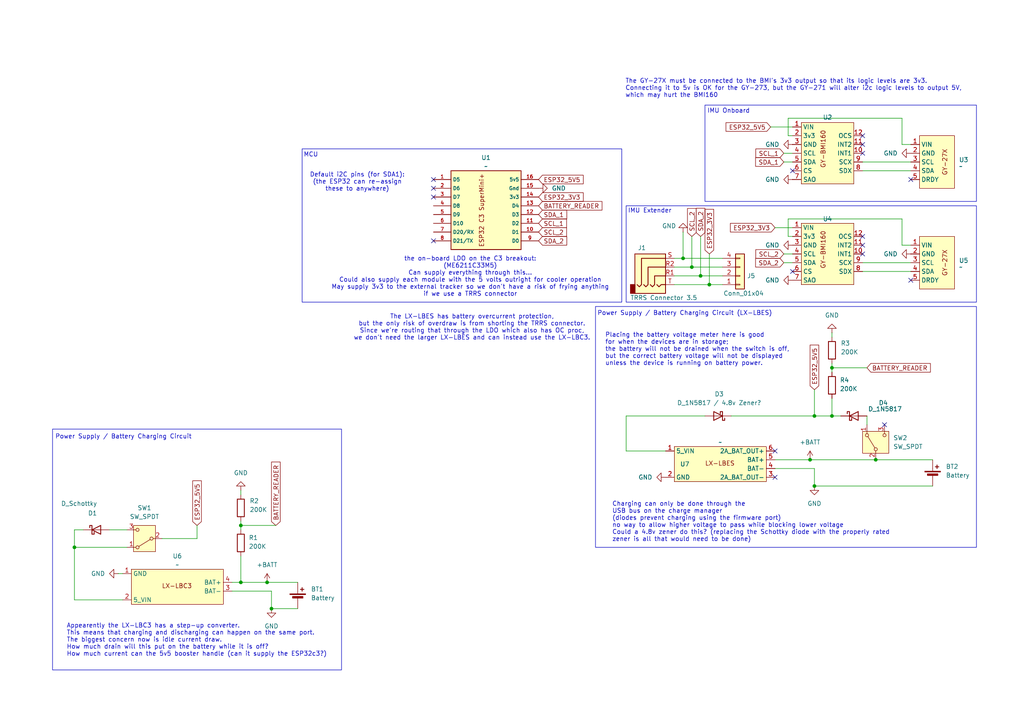
<source format=kicad_sch>
(kicad_sch (version 20250114) (generator "eeschema") (generator_version "9.0")
  (paper "A4")
  (title_block (title "UFBTM") (rev "1.0") (company "Dr. G"))
  (lib_symbols
    (symbol "Connector_Audio:AudioJack4"
      (property "Reference" "J" (at 0 8.89 0))
      (property "Value" "AudioJack4" (at 0 6.35 0))
      (symbol "AudioJack4_0_1"
        (rectangle (start -6.35 -5.08) (end -7.62 -7.62) (stroke (width 0.254)) (fill (type outline)))
        (polyline (pts (xy -5.715 -5.08) (xy -5.08 -5.715) (xy -4.445 -5.08) (xy -4.445 2.54) (xy 2.54 2.54)) (stroke (width 0.254)))
        (polyline (pts (xy -1.905 -5.08) (xy -1.27 -5.715) (xy -0.635 -5.08) (xy -0.635 -2.54) (xy 2.54 -2.54)) (stroke (width 0.254)))
        (polyline (pts (xy 0 -5.08) (xy 0.635 -5.715) (xy 1.27 -5.08) (xy 2.54 -5.08)) (stroke (width 0.254)))
        (rectangle (start 2.54 3.81) (end -6.35 -7.62) (stroke (width 0.254)) (fill (type background)))
        (polyline (pts (xy 2.54 0) (xy -2.54 0) (xy -2.54 -5.08) (xy -3.175 -5.715) (xy -3.81 -5.08)) (stroke (width 0.254)))
      )
      (symbol "AudioJack4_1_1"
        (pin passive line (at 5.08 2.54 180) (length 2.54) (name "~") (number "S"))
        (pin passive line (at 5.08 0 180) (length 2.54) (name "~") (number "R2"))
        (pin passive line (at 5.08 -2.54 180) (length 2.54) (name "~") (number "R1"))
        (pin passive line (at 5.08 -5.08 180) (length 2.54) (name "~") (number "T"))
      )
    )
    (symbol "Connector_Generic:Conn_01x04" (pin_names (offset 1.016) (hide yes))
      (property "Reference" "J" (at 0 5.08 0))
      (property "Value" "Conn_01x04" (at 0 -7.62 0))
      (symbol "Conn_01x04_1_1"
        (rectangle (start -1.27 3.81) (end 1.27 -6.35) (stroke (width 0.254)) (fill (type background)))
        (rectangle (start -1.27 2.667) (end 0 2.413) (stroke (width 0.1524)))
        (rectangle (start -1.27 0.127) (end 0 -0.127) (stroke (width 0.1524)))
        (rectangle (start -1.27 -2.413) (end 0 -2.667) (stroke (width 0.1524)))
        (rectangle (start -1.27 -4.953) (end 0 -5.207) (stroke (width 0.1524)))
        (pin passive line (at -5.08 2.54 0) (length 3.81) (name "Pin_1") (number "1"))
        (pin passive line (at -5.08 0 0) (length 3.81) (name "Pin_2") (number "2"))
        (pin passive line (at -5.08 -2.54 0) (length 3.81) (name "Pin_3") (number "3"))
        (pin passive line (at -5.08 -5.08 0) (length 3.81) (name "Pin_4") (number "4"))
      )
    )
    (symbol "Device:Battery_Cell" (pin_numbers (hide yes)) (pin_names (offset 0) (hide yes))
      (property "Reference" "BT" (at 2.54 2.54 0))
      (property "Value" "Battery_Cell" (at 2.54 0 0))
      (symbol "Battery_Cell_0_1"
        (rectangle (start -2.286 1.778) (end 2.286 1.524) (fill (type outline)))
        (rectangle (start -1.524 1.016) (end 1.524 0.508) (fill (type outline)))
        (polyline (pts (xy 0 1.778) (xy 0 2.54)))
        (polyline (pts (xy 0 0.762) (xy 0 0)))
        (polyline (pts (xy 0.762 3.048) (xy 1.778 3.048)) (stroke (width 0.254)))
        (polyline (pts (xy 1.27 3.556) (xy 1.27 2.54)) (stroke (width 0.254)))
      )
      (symbol "Battery_Cell_1_1"
        (pin passive line (at 0 5.08 270) (length 2.54) (name "+") (number "1"))
        (pin passive line (at 0 -2.54 90) (length 2.54) (name "-") (number "2"))
      )
    )
    (symbol "Device:D_Schottky" (pin_numbers (hide yes)) (pin_names (offset 1.016) (hide yes))
      (property "Reference" "D" (at 0 2.54 0))
      (property "Value" "D_Schottky" (at 0 -2.54 0))
      (symbol "D_Schottky_0_1"
        (polyline (pts (xy -1.905 0.635) (xy -1.905 1.27) (xy -1.27 1.27) (xy -1.27 -1.27) (xy -0.635 -1.27) (xy -0.635 -0.635)) (stroke (width 0.254)))
        (polyline (pts (xy 1.27 1.27) (xy 1.27 -1.27) (xy -1.27 0) (xy 1.27 1.27)) (stroke (width 0.254)))
        (polyline (pts (xy 1.27 0) (xy -1.27 0)))
      )
      (symbol "D_Schottky_1_1"
        (pin passive line (at -3.81 0 0) (length 2.54) (name "K") (number "1"))
        (pin passive line (at 3.81 0 180) (length 2.54) (name "A") (number "2"))
      )
    )
    (symbol "Device:R" (pin_numbers (hide yes)) (pin_names (offset 0))
      (property "Reference" "R" (at 2.032 0 90))
      (property "Value" "R" (at 0 0 90))
      (symbol "R_0_1"
        (rectangle (start -1.016 -2.54) (end 1.016 2.54) (stroke (width 0.254)))
      )
      (symbol "R_1_1"
        (pin passive line (at 0 3.81 270) (length 1.27) (name "~") (number "1"))
        (pin passive line (at 0 -3.81 90) (length 1.27) (name "~") (number "2"))
      )
    )
    (symbol "Espressif:ESP32-C3-SuperMini_PLUS"
      (property "Reference" "U" (at 1.27 -3.81 90))
      (symbol "ESP32-C3-SuperMini_PLUS_0_1"
        (rectangle (start -10.16 -11.43) (end 10.16 11.43) (stroke (width 0.254)) (fill (type background)))
      )
      (symbol "ESP32-C3-SuperMini_PLUS_1_1"
        (text "ESP32 C3 SuperMini+\n" (at -1.27 0 900) (effects (font (size 1.27 1.27))))
        (pin bidirectional line (at -15.24 8.89 0) (length 5.08) (name "D5") (number "1"))
        (pin bidirectional line (at -15.24 6.35 0) (length 5.08) (name "D6") (number "2"))
        (pin bidirectional line (at -15.24 3.81 0) (length 5.08) (name "D7") (number "3"))
        (pin bidirectional line (at -15.24 1.27 0) (length 5.08) (name "D8") (number "4"))
        (pin bidirectional line (at -15.24 -1.27 0) (length 5.08) (name "D9") (number "5"))
        (pin bidirectional line (at -15.24 -3.81 0) (length 5.08) (name "D10") (number "6"))
        (pin bidirectional line (at -15.24 -6.35 0) (length 5.08) (name "D20/RX") (number "7"))
        (pin bidirectional line (at -15.24 -8.89 0) (length 5.08) (name "D21/TX") (number "8"))
        (pin bidirectional line (at 15.24 8.89 180) (length 5.08) (name "5v5") (number "16"))
        (pin power_in line (at 15.24 6.35 180) (length 5.08) (name "Gnd") (number "15"))
        (pin bidirectional line (at 15.24 3.81 180) (length 5.08) (name "3v3") (number "14"))
        (pin bidirectional line (at 15.24 1.27 180) (length 5.08) (name "D4") (number "13"))
        (pin bidirectional line (at 15.24 -1.27 180) (length 5.08) (name "D3") (number "12"))
        (pin bidirectional line (at 15.24 -3.81 180) (length 5.08) (name "D2") (number "11"))
        (pin bidirectional line (at 15.24 -6.35 180) (length 5.08) (name "D1") (number "10"))
        (pin bidirectional line (at 15.24 -8.89 180) (length 5.08) (name "D0") (number "9"))
      )
    )
    (symbol "My_Library:GY-271 (QMC5883L)"
      (property "Reference" "U" (at 0 8.382 0))
      (symbol "GY-271 (QMC5883L)_1_1"
        (rectangle (start -5.08 6.35) (end 5.08 -8.89) (fill (type background)))
        (text "GY-27X" (at 2.286 -1.27 900) (effects (font (size 1.27 1.27))))
        (pin power_in line (at -7.62 3.81 0) (length 2.54) (name "VIN") (number "1"))
        (pin power_in line (at -7.62 1.27 0) (length 2.54) (name "GND") (number "2"))
        (pin bidirectional line (at -7.62 -1.27 0) (length 2.54) (name "SCL") (number "3"))
        (pin bidirectional line (at -7.62 -3.81 0) (length 2.54) (name "SDA") (number "4"))
        (pin output line (at -7.62 -6.35 0) (length 2.54) (name "DRDY") (number "5"))
      )
    )
    (symbol "My_Library:GY-BMI160"
      (property "Reference" "U" (at 1.27 0 90))
      (symbol "GY-BMI160_1_1"
        (rectangle (start -7.62 8.89) (end 7.62 -8.89) (fill (type background)))
        (text "GY-BMI160" (at -1.27 1.27 900) (effects (font (size 1.27 1.27))))
        (pin power_in line (at -10.16 7.62 0) (length 2.54) (name "VIN") (number "1"))
        (pin power_in line (at -10.16 5.08 0) (length 2.54) (name "3v3") (number "2"))
        (pin power_in line (at -10.16 2.54 0) (length 2.54) (name "GND") (number "3"))
        (pin input line (at -10.16 0 0) (length 2.54) (name "SCL") (number "4"))
        (pin input line (at -10.16 -2.54 0) (length 2.54) (name "SDA") (number "5"))
        (pin input line (at -10.16 -5.08 0) (length 2.54) (name "CS") (number "6"))
        (pin input line (at -10.16 -7.62 0) (length 2.54) (name "SAO") (number "7"))
        (pin input line (at 10.16 5.08 180) (length 2.54) (name "OCS") (number "12"))
        (pin input line (at 10.16 2.54 180) (length 2.54) (name "INT2") (number "11"))
        (pin input line (at 10.16 0 180) (length 2.54) (name "INT1") (number "10"))
        (pin input line (at 10.16 -2.54 180) (length 2.54) (name "SCX") (number "9"))
        (pin input line (at 10.16 -5.08 180) (length 2.54) (name "SDX") (number "8"))
      )
    )
    (symbol "My_Library:LX-LBC3"
      (property "Reference" "U" (at -1.27 6.35 0))
      (symbol "LX-LBC3_1_1"
        (rectangle (start -13.97 5.08) (end 12.7 -5.08) (fill (type background)))
        (text "LX-LBC3" (at -0.762 0.254 0) (effects (font (size 1.27 1.27))))
        (pin power_in line (at -16.51 3.81 0) (length 2.54) (name "GND") (number "1"))
        (pin power_in line (at -16.51 -3.81 0) (length 2.54) (name "5_VIN") (number "2"))
        (pin power_in line (at 15.24 1.27 180) (length 2.54) (name "BAT+") (number "4"))
        (pin power_in line (at 15.24 -1.27 180) (length 2.54) (name "BAT-") (number "3"))
      )
    )
    (symbol "My_Library:LX-LBES"
      (property "Reference" "U" (at -0.508 6.604 0))
      (symbol "LX-LBES_1_1"
        (rectangle (start -13.97 5.08) (end 12.7 -5.08) (fill (type background)))
        (text "LX-LBES" (at -0.762 0.254 0) (effects (font (size 1.27 1.27))))
        (pin power_in line (at -16.51 3.81 0) (length 2.54) (name "5_VIN") (number "1"))
        (pin power_in line (at -16.51 -3.81 0) (length 2.54) (name "GND") (number "2"))
        (pin power_out line (at 15.24 3.81 180) (length 2.54) (name "2A_BAT_OUT+") (number "6"))
        (pin power_in line (at 15.24 1.27 180) (length 2.54) (name "BAT+") (number "5"))
        (pin power_in line (at 15.24 -1.27 180) (length 2.54) (name "BAT-") (number "4"))
        (pin power_out line (at 15.24 -3.81 180) (length 2.54) (name "2A_BAT_OUT-") (number "3"))
      )
    )
    (symbol "Switch:SW_SPDT" (pin_names (offset 0) (hide yes))
      (property "Reference" "SW" (at 0 5.08 0))
      (property "Value" "SW_SPDT" (at 0 -5.08 0))
      (symbol "SW_SPDT_0_1"
        (circle (center -2.032 0) (radius 0.4572))
        (polyline (pts (xy -1.651 0.254) (xy 1.651 2.286)))
        (circle (center 2.032 2.54) (radius 0.4572))
        (circle (center 2.032 -2.54) (radius 0.4572))
      )
      (symbol "SW_SPDT_1_1"
        (rectangle (start -3.175 3.81) (end 3.175 -3.81) (fill (type background)))
        (pin passive line (at -5.08 0 0) (length 2.54) (name "B") (number "2"))
        (pin passive line (at 5.08 2.54 180) (length 2.54) (name "A") (number "1"))
        (pin passive line (at 5.08 -2.54 180) (length 2.54) (name "C") (number "3"))
      )
    )
    (symbol "power:+BATT" (power) (pin_numbers (hide yes)) (pin_names (offset 0) (hide yes))
      (property "Value" "+BATT" (at 0 3.556 0))
      (symbol "+BATT_0_1"
        (polyline (pts (xy -0.762 1.27) (xy 0 2.54)))
        (polyline (pts (xy 0 2.54) (xy 0.762 1.27)))
        (polyline (pts (xy 0 0) (xy 0 2.54)))
      )
      (symbol "+BATT_1_1"
        (pin power_in line (at 0 0 90) (length 0) (name "~") (number "1"))
      )
    )
    (symbol "power:GND" (power) (pin_numbers (hide yes)) (pin_names (offset 0) (hide yes))
      (property "Value" "GND" (at 0 -3.81 0))
      (symbol "GND_0_1"
        (polyline (pts (xy 0 0) (xy 0 -1.27) (xy 1.27 -1.27) (xy 0 -2.54) (xy -1.27 -1.27) (xy 0 -1.27)))
      )
      (symbol "GND_1_1"
        (pin power_in line (at 0 0 270) (length 0) (name "~") (number "1"))
      )
    )
  )
  (rectangle (start 172.72 88.9) (end 283.21 158.75))
  (rectangle (start 204.47 30.48) (end 283.21 58.42))
  (rectangle (start 15.24 124.46) (end 99.06 194.31))
  (rectangle (start 87.63 43.18) (end 180.34 87.63))
  (rectangle (start 181.61 59.69) (end 283.21 87.63))
  (text "The LX-LBES has battery overcurrent protection,\nbut the only risk of overdraw is from shorting the TRRS connector.\nSince we're routing that through the LDO which also has OC proc,\nwe don't need the larger LX-LBES and can instead use the LX-LBC3." (at 136.906 94.996 0) (effects (font (size 1.27 1.27))))
  (text "IMU Extender" (at 188.468 61.214 0) (effects (font (size 1.27 1.27))))
  (text "MCU" (at 90.17 44.958 0) (effects (font (size 1.27 1.27))))
  (text "Appearently the LX-LBC3 has a step-up converter.\nThis means that charging and discharging can happen on the same port.\nThe biggest concern now is idle current draw.\nHow much drain will this put on the battery while it is off?\nHow much current can the 5v5 booster handle (can it supply the ESP32c3?)\n" (at 19.304 185.674 0) (effects (font (size 1.27 1.27)) (justify left)))
  (text "Power Supply / Battery Charging Circuit (LX-LBES)" (at 198.628 90.932 0) (effects (font (size 1.27 1.27))))
  (text "Power Supply / Battery Charging Circuit" (at 35.814 126.746 0) (effects (font (size 1.27 1.27))))
  (text "IMU Onboard" (at 211.328 32.258 0) (effects (font (size 1.27 1.27))))
  (text "Placing the battery voltage meter here is good\nfor when the devices are in storage;\nthe battery will not be drained when the switch is off,\nbut the correct battery voltage will not be displayed\nunless the device is running on battery power." (at 175.514 101.346 0) (effects (font (size 1.27 1.27)) (justify left)))
  (text "Charging can only be done through the\nUSB bus on the charge manager\n(diodes prevent charging using the firmware port)\nno way to allow higher voltage to pass while blocking lower voltage\nCould a 4.8v zener do this? (replacing the Schottky diode with the properly rated\nzener is all that would need to be done)" (at 177.546 151.384 0) (effects (font (size 1.27 1.27)) (justify left)))
  (text "the on-board LDO on the C3 breakout:\n(ME6211C33M5)\nCan supply everything through this...\nCould also supply each module with the 5 volts outright for cooler operation\nMay supply 3v3 to the external tracker so we don't have a risk of frying anything\nif we use a TRRS connector" (at 136.398 80.264 0) (effects (font (size 1.27 1.27))))
  (text "The GY-27X must be connected to the BMI's 3v3 output so that its logic levels are 3v3.\nConnecting it to 5v is OK for the GY-273, but the GY-271 will alter i2c logic levels to output 5V,\nwhich may hurt the BMI160" (at 181.356 25.654 0) (effects (font (size 1.27 1.27)) (justify left)))
  (text "Default i2C pins (for SDA1):\n(the ESP32 can re-assign\nthese to anywhere)" (at 103.632 52.832 0) (effects (font (size 1.27 1.27))))
  (junction (at 69.85 168.91))
  (junction (at 200.66 77.47))
  (junction (at 69.85 152.4))
  (junction (at 77.47 168.91))
  (junction (at 236.22 140.97))
  (junction (at 241.3 120.65))
  (junction (at 254 133.35))
  (junction (at 205.74 82.55))
  (junction (at 21.59 158.75))
  (junction (at 203.2 80.01))
  (junction (at 236.22 120.65))
  (junction (at 78.74 176.53))
  (junction (at 234.95 133.35))
  (junction (at 198.12 74.93))
  (junction (at 241.3 106.68))
  (no_connect (at 250.19 68.58))
  (no_connect (at 224.79 130.81))
  (no_connect (at 125.73 69.85))
  (no_connect (at 264.16 81.28))
  (no_connect (at 250.19 44.45))
  (no_connect (at 125.73 57.15))
  (no_connect (at 250.19 71.12))
  (no_connect (at 250.19 41.91))
  (no_connect (at 125.73 52.07))
  (no_connect (at 229.87 78.74))
  (no_connect (at 250.19 73.66))
  (no_connect (at 224.79 138.43))
  (no_connect (at 229.87 49.53))
  (no_connect (at 250.19 39.37))
  (no_connect (at 125.73 54.61))
  (no_connect (at 264.16 52.07))
  (no_connect (at 256.54 123.19))
  (wire (pts (xy 228.6 39.37) (xy 228.6 34.29)))
  (wire (pts (xy 236.22 140.97) (xy 236.22 135.89)))
  (wire (pts (xy 224.79 133.35) (xy 234.95 133.35)))
  (wire (pts (xy 31.75 153.67) (xy 36.83 153.67)))
  (wire (pts (xy 241.3 106.68) (xy 241.3 107.95)))
  (wire (pts (xy 21.59 173.99) (xy 35.56 173.99)))
  (wire (pts (xy 80.01 152.4) (xy 69.85 152.4)))
  (wire (pts (xy 227.33 44.45) (xy 229.87 44.45)))
  (wire (pts (xy 229.87 68.58) (xy 228.6 68.58)))
  (wire (pts (xy 261.62 34.29) (xy 261.62 41.91)))
  (wire (pts (xy 21.59 158.75) (xy 21.59 173.99)))
  (wire (pts (xy 212.09 120.65) (xy 236.22 120.65)))
  (wire (pts (xy 195.58 82.55) (xy 205.74 82.55)))
  (wire (pts (xy 69.85 152.4) (xy 69.85 153.67)))
  (wire (pts (xy 21.59 153.67) (xy 21.59 158.75)))
  (wire (pts (xy 203.2 80.01) (xy 209.55 80.01)))
  (wire (pts (xy 236.22 140.97) (xy 270.51 140.97)))
  (wire (pts (xy 69.85 151.13) (xy 69.85 152.4)))
  (wire (pts (xy 78.74 176.53) (xy 86.36 176.53)))
  (wire (pts (xy 261.62 63.5) (xy 261.62 71.12)))
  (wire (pts (xy 227.33 73.66) (xy 229.87 73.66)))
  (wire (pts (xy 21.59 158.75) (xy 36.83 158.75)))
  (wire (pts (xy 195.58 80.01) (xy 203.2 80.01)))
  (wire (pts (xy 250.19 46.99) (xy 264.16 46.99)))
  (wire (pts (xy 203.2 68.58) (xy 203.2 80.01)))
  (wire (pts (xy 254 133.35) (xy 270.51 133.35)))
  (wire (pts (xy 69.85 142.24) (xy 69.85 143.51)))
  (wire (pts (xy 46.99 156.21) (xy 57.15 156.21)))
  (wire (pts (xy 34.29 166.37) (xy 35.56 166.37)))
  (wire (pts (xy 224.79 66.04) (xy 229.87 66.04)))
  (wire (pts (xy 200.66 77.47) (xy 209.55 77.47)))
  (wire (pts (xy 224.79 135.89) (xy 236.22 135.89)))
  (wire (pts (xy 195.58 77.47) (xy 200.66 77.47)))
  (wire (pts (xy 229.87 39.37) (xy 228.6 39.37)))
  (wire (pts (xy 241.3 96.52) (xy 241.3 97.79)))
  (wire (pts (xy 241.3 105.41) (xy 241.3 106.68)))
  (wire (pts (xy 241.3 115.57) (xy 241.3 120.65)))
  (wire (pts (xy 198.12 67.31) (xy 198.12 74.93)))
  (wire (pts (xy 241.3 120.65) (xy 243.84 120.65)))
  (wire (pts (xy 205.74 82.55) (xy 209.55 82.55)))
  (wire (pts (xy 181.61 120.65) (xy 204.47 120.65)))
  (wire (pts (xy 21.59 153.67) (xy 24.13 153.67)))
  (wire (pts (xy 200.66 68.58) (xy 200.66 77.47)))
  (wire (pts (xy 250.19 76.2) (xy 264.16 76.2)))
  (wire (pts (xy 228.6 68.58) (xy 228.6 63.5)))
  (wire (pts (xy 57.15 152.4) (xy 57.15 156.21)))
  (wire (pts (xy 236.22 113.03) (xy 236.22 120.65)))
  (wire (pts (xy 261.62 71.12) (xy 264.16 71.12)))
  (wire (pts (xy 251.46 106.68) (xy 241.3 106.68)))
  (wire (pts (xy 77.47 168.91) (xy 86.36 168.91)))
  (wire (pts (xy 234.95 133.35) (xy 254 133.35)))
  (wire (pts (xy 250.19 49.53) (xy 264.16 49.53)))
  (wire (pts (xy 69.85 168.91) (xy 77.47 168.91)))
  (wire (pts (xy 205.74 73.66) (xy 205.74 82.55)))
  (wire (pts (xy 236.22 120.65) (xy 241.3 120.65)))
  (wire (pts (xy 69.85 161.29) (xy 69.85 168.91)))
  (wire (pts (xy 250.19 78.74) (xy 264.16 78.74)))
  (wire (pts (xy 181.61 130.81) (xy 193.04 130.81)))
  (wire (pts (xy 228.6 63.5) (xy 261.62 63.5)))
  (wire (pts (xy 198.12 74.93) (xy 209.55 74.93)))
  (wire (pts (xy 227.33 76.2) (xy 229.87 76.2)))
  (wire (pts (xy 67.31 168.91) (xy 69.85 168.91)))
  (wire (pts (xy 228.6 34.29) (xy 261.62 34.29)))
  (wire (pts (xy 195.58 74.93) (xy 198.12 74.93)))
  (wire (pts (xy 261.62 41.91) (xy 264.16 41.91)))
  (wire (pts (xy 78.74 176.53) (xy 78.74 171.45)))
  (wire (pts (xy 223.52 36.83) (xy 229.87 36.83)))
  (wire (pts (xy 251.46 120.65) (xy 251.46 123.19)))
  (wire (pts (xy 227.33 46.99) (xy 229.87 46.99)))
  (wire (pts (xy 67.31 171.45) (xy 78.74 171.45)))
  (wire (pts (xy 181.61 120.65) (xy 181.61 130.81)))
  (global_label "ESP32_3V3" (shape input) (at 205.74 73.66 90) (property "Intersheetrefs" "${INTERSHEET_REFS}" (effects (hide yes))))
  (global_label "SDA_2" (shape input) (at 227.33 76.2 180) (property "Intersheetrefs" "${INTERSHEET_REFS}" (effects (hide yes))))
  (global_label "BATTERY_READER" (shape input) (at 80.01 152.4 90) (property "Intersheetrefs" "${INTERSHEET_REFS}" (effects (hide yes))))
  (global_label "BATTERY_READER" (shape input) (at 251.46 106.68 0) (property "Intersheetrefs" "${INTERSHEET_REFS}" (effects (hide yes))))
  (global_label "ESP32_3V3" (shape input) (at 156.21 57.15 0) (property "Intersheetrefs" "${INTERSHEET_REFS}" (effects (hide yes))))
  (global_label "SDA_1" (shape input) (at 156.21 62.23 0) (property "Intersheetrefs" "${INTERSHEET_REFS}" (effects (hide yes))))
  (global_label "SCL_1" (shape input) (at 156.21 64.77 0) (property "Intersheetrefs" "${INTERSHEET_REFS}" (effects (hide yes))))
  (global_label "SDA_1" (shape input) (at 227.33 46.99 180) (property "Intersheetrefs" "${INTERSHEET_REFS}" (effects (hide yes))))
  (global_label "ESP32_3V3" (shape input) (at 224.79 66.04 180) (property "Intersheetrefs" "${INTERSHEET_REFS}" (effects (hide yes))))
  (global_label "SCL_2" (shape input) (at 156.21 67.31 0) (property "Intersheetrefs" "${INTERSHEET_REFS}" (effects (hide yes))))
  (global_label "BATTERY_READER" (shape input) (at 156.21 59.69 0) (property "Intersheetrefs" "${INTERSHEET_REFS}" (effects (hide yes))))
  (global_label "ESP32_5V5" (shape input) (at 156.21 52.07 0) (property "Intersheetrefs" "${INTERSHEET_REFS}" (effects (hide yes))))
  (global_label "SCL_1" (shape input) (at 227.33 44.45 180) (property "Intersheetrefs" "${INTERSHEET_REFS}" (effects (hide yes))))
  (global_label "ESP32_5V5" (shape input) (at 57.15 152.4 90) (property "Intersheetrefs" "${INTERSHEET_REFS}" (effects (hide yes))))
  (global_label "SDA_2" (shape input) (at 203.2 68.58 90) (property "Intersheetrefs" "${INTERSHEET_REFS}" (effects (hide yes))))
  (global_label "ESP32_5V5" (shape input) (at 223.52 36.83 180) (property "Intersheetrefs" "${INTERSHEET_REFS}" (effects (hide yes))))
  (global_label "SDA_2" (shape input) (at 156.21 69.85 0) (property "Intersheetrefs" "${INTERSHEET_REFS}" (effects (hide yes))))
  (global_label "ESP32_5V5" (shape input) (at 236.22 113.03 90) (property "Intersheetrefs" "${INTERSHEET_REFS}" (effects (hide yes))))
  (global_label "SCL_2" (shape input) (at 200.66 68.58 90) (property "Intersheetrefs" "${INTERSHEET_REFS}" (effects (hide yes))))
  (global_label "SCL_2" (shape input) (at 227.33 73.66 180) (property "Intersheetrefs" "${INTERSHEET_REFS}" (effects (hide yes))))
  (symbol (lib_id "Connector_Audio:AudioJack4") (at 190.5 77.47 0) (unit 1)
    (property "Reference" "J1" (at 186.182 71.882 0))
    (property "Value" "TRRS Connector 3.5" (at 192.532 86.36 0))
    (property "Footprint" "My_Library:PJ-320A" (effects (hide yes)))
    (property "Description" "Audio Jack, 4 Poles (TRRS)" (effects (hide yes)))
  )
  (symbol (lib_id "My_Library:GY-BMI160") (at 240.03 73.66 0) (unit 1)
    (property "Reference" "U4" (at 240.03 63.5 0))
    (property "Value" "~" (at 240.03 63.5 0))
    (property "Footprint" "My_Library:GY-BMI160" (effects (hide yes)))
  )
  (symbol (lib_id "My_Library:GY-271 (QMC5883L)") (at 271.78 45.72 0) (unit 1)
    (property "Reference" "U3" (at 278.13 46.3549 0) (effects (justify left)))
    (property "Value" "~" (at 278.13 48.26 0) (effects (justify left)))
    (property "Footprint" "My_Library:GY-271" (effects (hide yes)))
    (property "Description" "GY-271 3-axis magnetometer (QMC variant)" (effects (hide yes)))
  )
  (symbol (lib_id "power:GND") (at 229.87 71.12 270) (unit 1)
    (property "Reference" "#PWR09" (effects (hide yes)))
    (property "Value" "GND" (at 226.06 71.1199 90) (effects (justify right)))
    (property "Description" "Power symbol creates a global label with name \"GND\" , ground" (effects (hide yes)))
  )
  (symbol (lib_id "Switch:SW_SPDT") (at 41.91 156.21 180) (unit 1)
    (property "Reference" "SW1" (at 41.91 147.32 0))
    (property "Value" "SW_SPDT" (at 41.91 149.86 0))
    (property "Footprint" "My_Library:SS12F21" (effects (hide yes)))
    (property "Description" "Switch, single pole double throw" (effects (hide yes)))
  )
  (symbol (lib_id "power:GND") (at 193.04 138.43 270) (unit 1)
    (property "Reference" "#PWR05" (effects (hide yes)))
    (property "Value" "GND" (at 189.23 138.4299 90) (effects (justify right)))
    (property "Description" "Power symbol creates a global label with name \"GND\" , ground" (effects (hide yes)))
  )
  (symbol (lib_id "Device:Battery_Cell") (at 86.36 173.99 0) (unit 1)
    (property "Reference" "BT1" (at 90.17 170.8784 0) (effects (justify left)))
    (property "Value" "Battery" (at 90.17 173.4184 0) (effects (justify left)))
    (property "Footprint" "Connector_JST:JST_XH_B2B-XH-A_1x02_P2.50mm_Vertical" (effects (hide yes)))
    (property "Description" "Single-cell battery" (effects (hide yes)))
  )
  (symbol (lib_id "power:GND") (at 241.3 96.52 180) (unit 1)
    (property "Reference" "#PWR011" (effects (hide yes)))
    (property "Value" "GND" (at 241.3 91.44 0))
    (property "Description" "Power symbol creates a global label with name \"GND\" , ground" (effects (hide yes)))
  )
  (symbol (lib_id "power:GND") (at 198.12 67.31 180) (unit 1)
    (property "Reference" "#PWR06" (effects (hide yes)))
    (property "Value" "GND" (at 194.056 65.532 0))
    (property "Description" "Power symbol creates a global label with name \"GND\" , ground" (effects (hide yes)))
  )
  (symbol (lib_id "Espressif:ESP32-C3-SuperMini_PLUS") (at 140.97 60.96 0) (unit 1)
    (property "Reference" "U1" (at 140.97 45.72 0))
    (property "Value" "~" (at 140.97 48.26 0))
    (property "Footprint" "Espressif:ESP32-C3-SuperMini_PLUS" (effects (hide yes)))
  )
  (symbol (lib_id "Connector_Generic:Conn_01x04") (at 214.63 80.01 0) (mirror x) (unit 1)
    (property "Reference" "J5" (at 216.662 80.01 0) (effects (justify left)))
    (property "Value" "Conn_01x04" (at 209.804 85.09 0) (effects (justify left)))
    (property "Footprint" "Connector_JST:JST_PH_S4B-PH-K_1x04_P2.00mm_Horizontal" (effects (hide yes)))
    (property "Description" "Generic connector, single row, 01x04, script generated (kicad-library-utils/schlib/autogen/connector/)" (effects (hide yes)))
  )
  (symbol (lib_id "Switch:SW_SPDT") (at 254 128.27 90) (unit 1)
    (property "Reference" "SW2" (at 259.08 126.9999 90) (effects (justify right)))
    (property "Value" "SW_SPDT" (at 259.08 129.5399 90) (effects (justify right)))
    (property "Footprint" "My_Library:SS12F21" (effects (hide yes)))
    (property "Description" "Switch, single pole double throw" (effects (hide yes)))
  )
  (symbol (lib_id "power:GND") (at 69.85 142.24 180) (unit 1)
    (property "Reference" "#PWR015" (effects (hide yes)))
    (property "Value" "GND" (at 69.85 137.16 0))
    (property "Description" "Power symbol creates a global label with name \"GND\" , ground" (effects (hide yes)))
  )
  (symbol (lib_id "power:GND") (at 229.87 81.28 270) (unit 1)
    (property "Reference" "#PWR010" (effects (hide yes)))
    (property "Value" "GND" (at 226.06 81.2799 90) (effects (justify right)))
    (property "Description" "Power symbol creates a global label with name \"GND\" , ground" (effects (hide yes)))
  )
  (symbol (lib_id "My_Library:GY-271 (QMC5883L)") (at 271.78 74.93 0) (unit 1)
    (property "Reference" "U5" (at 278.13 75.5649 0) (effects (justify left)))
    (property "Value" "~" (at 278.13 77.47 0) (effects (justify left)))
    (property "Footprint" "My_Library:GY-271" (effects (hide yes)))
    (property "Description" "GY-271 3-axis magnetometer (QMC variant)" (effects (hide yes)))
  )
  (symbol (lib_id "My_Library:LX-LBES") (at 209.55 134.62 0) (unit 1)
    (property "Reference" "U7" (at 198.628 134.62 0))
    (property "Value" "~" (at 208.915 128.27 0))
    (property "Footprint" "My_Library:LX_LBES" (effects (hide yes)))
    (property "Description" "Small-footprint li-ion battery charger with overdischarge protection" (effects (hide yes)))
  )
  (symbol (lib_id "power:GND") (at 264.16 73.66 270) (unit 1)
    (property "Reference" "#PWR012" (effects (hide yes)))
    (property "Value" "GND" (at 260.35 73.6599 90) (effects (justify right)))
    (property "Description" "Power symbol creates a global label with name \"GND\" , ground" (effects (hide yes)))
  )
  (symbol (lib_id "Device:R") (at 69.85 157.48 0) (unit 1)
    (property "Reference" "R1" (at 72.136 155.956 0) (effects (justify left)))
    (property "Value" "200K" (at 72.136 158.496 0) (effects (justify left)))
    (property "Footprint" "Resistor_THT:R_Axial_DIN0207_L6.3mm_D2.5mm_P7.62mm_Horizontal" (effects (hide yes)))
    (property "Description" "Resistor" (effects (hide yes)))
  )
  (symbol (lib_id "power:GND") (at 34.29 166.37 270) (unit 1)
    (property "Reference" "#PWR016" (effects (hide yes)))
    (property "Value" "GND" (at 30.48 166.3699 90) (effects (justify right)))
    (property "Description" "Power symbol creates a global label with name \"GND\" , ground" (effects (hide yes)))
  )
  (symbol (lib_id "power:GND") (at 156.21 54.61 90) (unit 1)
    (property "Reference" "#PWR02" (effects (hide yes)))
    (property "Value" "GND" (at 160.02 54.6099 90) (effects (justify right)))
    (property "Description" "Power symbol creates a global label with name \"GND\" , ground" (effects (hide yes)))
  )
  (symbol (lib_id "power:GND") (at 78.74 176.53 0) (unit 1)
    (property "Reference" "#PWR013" (effects (hide yes)))
    (property "Value" "GND" (at 78.74 181.61 0))
    (property "Description" "Power symbol creates a global label with name \"GND\" , ground" (effects (hide yes)))
  )
  (symbol (lib_id "power:+BATT") (at 77.47 168.91 0) (unit 1)
    (property "Reference" "#PWR014" (effects (hide yes)))
    (property "Value" "+BATT" (at 77.47 163.83 0))
    (property "Description" "Power symbol creates a global label with name \"+BATT\"" (effects (hide yes)))
  )
  (symbol (lib_id "Device:Battery_Cell") (at 270.51 138.43 0) (unit 1)
    (property "Reference" "BT2" (at 274.32 135.3184 0) (effects (justify left)))
    (property "Value" "Battery" (at 274.32 137.8584 0) (effects (justify left)))
    (property "Footprint" "Connector_JST:JST_XH_B2B-XH-A_1x02_P2.50mm_Vertical" (effects (hide yes)))
    (property "Description" "Single-cell battery" (effects (hide yes)))
  )
  (symbol (lib_id "Device:D_Schottky") (at 247.65 120.65 0) (unit 1)
    (property "Reference" "D4" (at 257.556 116.84 0) (effects (justify right)))
    (property "Value" "D_1N5817" (at 261.62 118.618 0) (effects (justify right)))
    (property "Footprint" "Diode_THT:D_DO-41_SOD81_P7.62mm_Horizontal" (effects (hide yes)))
    (property "Description" "Schottky diode" (effects (hide yes)))
  )
  (symbol (lib_id "My_Library:LX-LBC3") (at 52.07 170.18 0) (unit 1)
    (property "Reference" "U6" (at 51.435 161.29 0))
    (property "Value" "~" (at 51.435 163.83 0))
    (property "Footprint" "My_Library:LX-LBC3" (effects (hide yes)))
    (property "Description" "Small-footprint li-ion battery charger without protection" (effects (hide yes)))
  )
  (symbol (lib_id "Device:R") (at 241.3 101.6 0) (unit 1)
    (property "Reference" "R3" (at 243.84 99.568 0) (effects (justify left)))
    (property "Value" "200K" (at 243.84 102.108 0) (effects (justify left)))
    (property "Footprint" "Resistor_THT:R_Axial_DIN0207_L6.3mm_D2.5mm_P7.62mm_Horizontal" (effects (hide yes)))
    (property "Description" "Resistor" (effects (hide yes)))
  )
  (symbol (lib_id "My_Library:GY-BMI160") (at 240.03 44.45 0) (unit 1)
    (property "Reference" "U2" (at 240.03 34.036 0))
    (property "Value" "~" (at 240.03 34.29 0))
    (property "Footprint" "My_Library:GY-BMI160" (effects (hide yes)))
  )
  (symbol (lib_id "Device:D_Schottky") (at 208.28 120.65 180) (unit 1)
    (property "Reference" "D3" (at 208.5975 114.3 0))
    (property "Value" "D_1N5817 / 4.8v Zener?" (at 208.5975 116.84 0))
    (property "Footprint" "Diode_THT:D_DO-41_SOD81_P7.62mm_Horizontal" (effects (hide yes)))
    (property "Description" "Schottky diode" (effects (hide yes)))
  )
  (symbol (lib_id "power:GND") (at 229.87 41.91 270) (unit 1)
    (property "Reference" "#PWR01" (effects (hide yes)))
    (property "Value" "GND" (at 226.06 41.9099 90) (effects (justify right)))
    (property "Description" "Power symbol creates a global label with name \"GND\" , ground" (effects (hide yes)))
  )
  (symbol (lib_id "Device:D_Schottky") (at 27.94 153.67 0) (unit 1)
    (property "Reference" "D1" (at 28.194 148.844 0) (effects (justify right)))
    (property "Value" "D_Schottky" (at 28.194 146.05 0) (effects (justify right)))
    (property "Footprint" "Diode_THT:D_DO-41_SOD81_P7.62mm_Horizontal" (effects (hide yes)))
    (property "Description" "Schottky diode" (effects (hide yes)))
  )
  (symbol (lib_id "power:GND") (at 236.22 140.97 0) (unit 1)
    (property "Reference" "#PWR08" (effects (hide yes)))
    (property "Value" "GND" (at 236.22 146.05 0))
    (property "Description" "Power symbol creates a global label with name \"GND\" , ground" (effects (hide yes)))
  )
  (symbol (lib_id "power:GND") (at 264.16 44.45 270) (unit 1)
    (property "Reference" "#PWR03" (effects (hide yes)))
    (property "Value" "GND" (at 260.35 44.4499 90) (effects (justify right)))
    (property "Description" "Power symbol creates a global label with name \"GND\" , ground" (effects (hide yes)))
  )
  (symbol (lib_id "power:+BATT") (at 234.95 133.35 0) (unit 1)
    (property "Reference" "#PWR07" (effects (hide yes)))
    (property "Value" "+BATT" (at 234.95 128.27 0))
    (property "Description" "Power symbol creates a global label with name \"+BATT\"" (effects (hide yes)))
  )
  (symbol (lib_id "power:GND") (at 229.87 52.07 270) (unit 1)
    (property "Reference" "#PWR04" (effects (hide yes)))
    (property "Value" "GND" (at 226.06 52.0699 90) (effects (justify right)))
    (property "Description" "Power symbol creates a global label with name \"GND\" , ground" (effects (hide yes)))
  )
  (symbol (lib_id "Device:R") (at 241.3 111.76 0) (unit 1)
    (property "Reference" "R4" (at 243.586 110.236 0) (effects (justify left)))
    (property "Value" "200K" (at 243.586 112.776 0) (effects (justify left)))
    (property "Footprint" "Resistor_THT:R_Axial_DIN0207_L6.3mm_D2.5mm_P7.62mm_Horizontal" (effects (hide yes)))
    (property "Description" "Resistor" (effects (hide yes)))
  )
  (symbol (lib_id "Device:R") (at 69.85 147.32 0) (unit 1)
    (property "Reference" "R2" (at 72.39 145.288 0) (effects (justify left)))
    (property "Value" "200K" (at 72.39 147.828 0) (effects (justify left)))
    (property "Footprint" "Resistor_THT:R_Axial_DIN0207_L6.3mm_D2.5mm_P7.62mm_Horizontal" (effects (hide yes)))
    (property "Description" "Resistor" (effects (hide yes)))
  )
)
</source>
